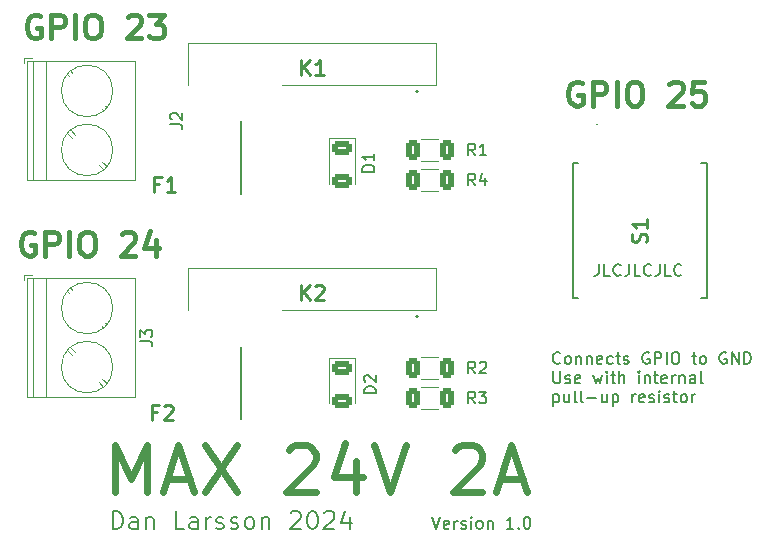
<source format=gto>
G04 #@! TF.GenerationSoftware,KiCad,Pcbnew,7.0.1-0*
G04 #@! TF.CreationDate,2023-12-28T22:42:41+01:00*
G04 #@! TF.ProjectId,SSR-Shiled-v1,5353522d-5368-4696-9c65-642d76312e6b,rev?*
G04 #@! TF.SameCoordinates,Original*
G04 #@! TF.FileFunction,Legend,Top*
G04 #@! TF.FilePolarity,Positive*
%FSLAX46Y46*%
G04 Gerber Fmt 4.6, Leading zero omitted, Abs format (unit mm)*
G04 Created by KiCad (PCBNEW 7.0.1-0) date 2023-12-28 22:42:41*
%MOMM*%
%LPD*%
G01*
G04 APERTURE LIST*
G04 Aperture macros list*
%AMRoundRect*
0 Rectangle with rounded corners*
0 $1 Rounding radius*
0 $2 $3 $4 $5 $6 $7 $8 $9 X,Y pos of 4 corners*
0 Add a 4 corners polygon primitive as box body*
4,1,4,$2,$3,$4,$5,$6,$7,$8,$9,$2,$3,0*
0 Add four circle primitives for the rounded corners*
1,1,$1+$1,$2,$3*
1,1,$1+$1,$4,$5*
1,1,$1+$1,$6,$7*
1,1,$1+$1,$8,$9*
0 Add four rect primitives between the rounded corners*
20,1,$1+$1,$2,$3,$4,$5,0*
20,1,$1+$1,$4,$5,$6,$7,0*
20,1,$1+$1,$6,$7,$8,$9,0*
20,1,$1+$1,$8,$9,$2,$3,0*%
G04 Aperture macros list end*
%ADD10C,0.150000*%
%ADD11C,0.600000*%
%ADD12C,0.400000*%
%ADD13C,0.254000*%
%ADD14C,0.100000*%
%ADD15C,0.200000*%
%ADD16C,0.120000*%
%ADD17R,2.000000X3.000000*%
%ADD18R,1.700000X1.700000*%
%ADD19O,1.700000X1.700000*%
%ADD20R,2.730000X6.710000*%
%ADD21R,2.600000X2.600000*%
%ADD22C,2.600000*%
%ADD23RoundRect,0.250000X-0.312500X-0.625000X0.312500X-0.625000X0.312500X0.625000X-0.312500X0.625000X0*%
%ADD24RoundRect,0.250000X0.312500X0.625000X-0.312500X0.625000X-0.312500X-0.625000X0.312500X-0.625000X0*%
%ADD25C,1.300000*%
%ADD26C,1.650000*%
%ADD27RoundRect,0.250000X-0.625000X0.375000X-0.625000X-0.375000X0.625000X-0.375000X0.625000X0.375000X0*%
%ADD28C,2.700000*%
G04 APERTURE END LIST*
D10*
X146409523Y-83742380D02*
X146361904Y-83790000D01*
X146361904Y-83790000D02*
X146219047Y-83837619D01*
X146219047Y-83837619D02*
X146123809Y-83837619D01*
X146123809Y-83837619D02*
X145980952Y-83790000D01*
X145980952Y-83790000D02*
X145885714Y-83694761D01*
X145885714Y-83694761D02*
X145838095Y-83599523D01*
X145838095Y-83599523D02*
X145790476Y-83409047D01*
X145790476Y-83409047D02*
X145790476Y-83266190D01*
X145790476Y-83266190D02*
X145838095Y-83075714D01*
X145838095Y-83075714D02*
X145885714Y-82980476D01*
X145885714Y-82980476D02*
X145980952Y-82885238D01*
X145980952Y-82885238D02*
X146123809Y-82837619D01*
X146123809Y-82837619D02*
X146219047Y-82837619D01*
X146219047Y-82837619D02*
X146361904Y-82885238D01*
X146361904Y-82885238D02*
X146409523Y-82932857D01*
X146980952Y-83837619D02*
X146885714Y-83790000D01*
X146885714Y-83790000D02*
X146838095Y-83742380D01*
X146838095Y-83742380D02*
X146790476Y-83647142D01*
X146790476Y-83647142D02*
X146790476Y-83361428D01*
X146790476Y-83361428D02*
X146838095Y-83266190D01*
X146838095Y-83266190D02*
X146885714Y-83218571D01*
X146885714Y-83218571D02*
X146980952Y-83170952D01*
X146980952Y-83170952D02*
X147123809Y-83170952D01*
X147123809Y-83170952D02*
X147219047Y-83218571D01*
X147219047Y-83218571D02*
X147266666Y-83266190D01*
X147266666Y-83266190D02*
X147314285Y-83361428D01*
X147314285Y-83361428D02*
X147314285Y-83647142D01*
X147314285Y-83647142D02*
X147266666Y-83742380D01*
X147266666Y-83742380D02*
X147219047Y-83790000D01*
X147219047Y-83790000D02*
X147123809Y-83837619D01*
X147123809Y-83837619D02*
X146980952Y-83837619D01*
X147742857Y-83170952D02*
X147742857Y-83837619D01*
X147742857Y-83266190D02*
X147790476Y-83218571D01*
X147790476Y-83218571D02*
X147885714Y-83170952D01*
X147885714Y-83170952D02*
X148028571Y-83170952D01*
X148028571Y-83170952D02*
X148123809Y-83218571D01*
X148123809Y-83218571D02*
X148171428Y-83313809D01*
X148171428Y-83313809D02*
X148171428Y-83837619D01*
X148647619Y-83170952D02*
X148647619Y-83837619D01*
X148647619Y-83266190D02*
X148695238Y-83218571D01*
X148695238Y-83218571D02*
X148790476Y-83170952D01*
X148790476Y-83170952D02*
X148933333Y-83170952D01*
X148933333Y-83170952D02*
X149028571Y-83218571D01*
X149028571Y-83218571D02*
X149076190Y-83313809D01*
X149076190Y-83313809D02*
X149076190Y-83837619D01*
X149933333Y-83790000D02*
X149838095Y-83837619D01*
X149838095Y-83837619D02*
X149647619Y-83837619D01*
X149647619Y-83837619D02*
X149552381Y-83790000D01*
X149552381Y-83790000D02*
X149504762Y-83694761D01*
X149504762Y-83694761D02*
X149504762Y-83313809D01*
X149504762Y-83313809D02*
X149552381Y-83218571D01*
X149552381Y-83218571D02*
X149647619Y-83170952D01*
X149647619Y-83170952D02*
X149838095Y-83170952D01*
X149838095Y-83170952D02*
X149933333Y-83218571D01*
X149933333Y-83218571D02*
X149980952Y-83313809D01*
X149980952Y-83313809D02*
X149980952Y-83409047D01*
X149980952Y-83409047D02*
X149504762Y-83504285D01*
X150838095Y-83790000D02*
X150742857Y-83837619D01*
X150742857Y-83837619D02*
X150552381Y-83837619D01*
X150552381Y-83837619D02*
X150457143Y-83790000D01*
X150457143Y-83790000D02*
X150409524Y-83742380D01*
X150409524Y-83742380D02*
X150361905Y-83647142D01*
X150361905Y-83647142D02*
X150361905Y-83361428D01*
X150361905Y-83361428D02*
X150409524Y-83266190D01*
X150409524Y-83266190D02*
X150457143Y-83218571D01*
X150457143Y-83218571D02*
X150552381Y-83170952D01*
X150552381Y-83170952D02*
X150742857Y-83170952D01*
X150742857Y-83170952D02*
X150838095Y-83218571D01*
X151123810Y-83170952D02*
X151504762Y-83170952D01*
X151266667Y-82837619D02*
X151266667Y-83694761D01*
X151266667Y-83694761D02*
X151314286Y-83790000D01*
X151314286Y-83790000D02*
X151409524Y-83837619D01*
X151409524Y-83837619D02*
X151504762Y-83837619D01*
X151790477Y-83790000D02*
X151885715Y-83837619D01*
X151885715Y-83837619D02*
X152076191Y-83837619D01*
X152076191Y-83837619D02*
X152171429Y-83790000D01*
X152171429Y-83790000D02*
X152219048Y-83694761D01*
X152219048Y-83694761D02*
X152219048Y-83647142D01*
X152219048Y-83647142D02*
X152171429Y-83551904D01*
X152171429Y-83551904D02*
X152076191Y-83504285D01*
X152076191Y-83504285D02*
X151933334Y-83504285D01*
X151933334Y-83504285D02*
X151838096Y-83456666D01*
X151838096Y-83456666D02*
X151790477Y-83361428D01*
X151790477Y-83361428D02*
X151790477Y-83313809D01*
X151790477Y-83313809D02*
X151838096Y-83218571D01*
X151838096Y-83218571D02*
X151933334Y-83170952D01*
X151933334Y-83170952D02*
X152076191Y-83170952D01*
X152076191Y-83170952D02*
X152171429Y-83218571D01*
X153933334Y-82885238D02*
X153838096Y-82837619D01*
X153838096Y-82837619D02*
X153695239Y-82837619D01*
X153695239Y-82837619D02*
X153552382Y-82885238D01*
X153552382Y-82885238D02*
X153457144Y-82980476D01*
X153457144Y-82980476D02*
X153409525Y-83075714D01*
X153409525Y-83075714D02*
X153361906Y-83266190D01*
X153361906Y-83266190D02*
X153361906Y-83409047D01*
X153361906Y-83409047D02*
X153409525Y-83599523D01*
X153409525Y-83599523D02*
X153457144Y-83694761D01*
X153457144Y-83694761D02*
X153552382Y-83790000D01*
X153552382Y-83790000D02*
X153695239Y-83837619D01*
X153695239Y-83837619D02*
X153790477Y-83837619D01*
X153790477Y-83837619D02*
X153933334Y-83790000D01*
X153933334Y-83790000D02*
X153980953Y-83742380D01*
X153980953Y-83742380D02*
X153980953Y-83409047D01*
X153980953Y-83409047D02*
X153790477Y-83409047D01*
X154409525Y-83837619D02*
X154409525Y-82837619D01*
X154409525Y-82837619D02*
X154790477Y-82837619D01*
X154790477Y-82837619D02*
X154885715Y-82885238D01*
X154885715Y-82885238D02*
X154933334Y-82932857D01*
X154933334Y-82932857D02*
X154980953Y-83028095D01*
X154980953Y-83028095D02*
X154980953Y-83170952D01*
X154980953Y-83170952D02*
X154933334Y-83266190D01*
X154933334Y-83266190D02*
X154885715Y-83313809D01*
X154885715Y-83313809D02*
X154790477Y-83361428D01*
X154790477Y-83361428D02*
X154409525Y-83361428D01*
X155409525Y-83837619D02*
X155409525Y-82837619D01*
X156076191Y-82837619D02*
X156266667Y-82837619D01*
X156266667Y-82837619D02*
X156361905Y-82885238D01*
X156361905Y-82885238D02*
X156457143Y-82980476D01*
X156457143Y-82980476D02*
X156504762Y-83170952D01*
X156504762Y-83170952D02*
X156504762Y-83504285D01*
X156504762Y-83504285D02*
X156457143Y-83694761D01*
X156457143Y-83694761D02*
X156361905Y-83790000D01*
X156361905Y-83790000D02*
X156266667Y-83837619D01*
X156266667Y-83837619D02*
X156076191Y-83837619D01*
X156076191Y-83837619D02*
X155980953Y-83790000D01*
X155980953Y-83790000D02*
X155885715Y-83694761D01*
X155885715Y-83694761D02*
X155838096Y-83504285D01*
X155838096Y-83504285D02*
X155838096Y-83170952D01*
X155838096Y-83170952D02*
X155885715Y-82980476D01*
X155885715Y-82980476D02*
X155980953Y-82885238D01*
X155980953Y-82885238D02*
X156076191Y-82837619D01*
X157552382Y-83170952D02*
X157933334Y-83170952D01*
X157695239Y-82837619D02*
X157695239Y-83694761D01*
X157695239Y-83694761D02*
X157742858Y-83790000D01*
X157742858Y-83790000D02*
X157838096Y-83837619D01*
X157838096Y-83837619D02*
X157933334Y-83837619D01*
X158409525Y-83837619D02*
X158314287Y-83790000D01*
X158314287Y-83790000D02*
X158266668Y-83742380D01*
X158266668Y-83742380D02*
X158219049Y-83647142D01*
X158219049Y-83647142D02*
X158219049Y-83361428D01*
X158219049Y-83361428D02*
X158266668Y-83266190D01*
X158266668Y-83266190D02*
X158314287Y-83218571D01*
X158314287Y-83218571D02*
X158409525Y-83170952D01*
X158409525Y-83170952D02*
X158552382Y-83170952D01*
X158552382Y-83170952D02*
X158647620Y-83218571D01*
X158647620Y-83218571D02*
X158695239Y-83266190D01*
X158695239Y-83266190D02*
X158742858Y-83361428D01*
X158742858Y-83361428D02*
X158742858Y-83647142D01*
X158742858Y-83647142D02*
X158695239Y-83742380D01*
X158695239Y-83742380D02*
X158647620Y-83790000D01*
X158647620Y-83790000D02*
X158552382Y-83837619D01*
X158552382Y-83837619D02*
X158409525Y-83837619D01*
X160457144Y-82885238D02*
X160361906Y-82837619D01*
X160361906Y-82837619D02*
X160219049Y-82837619D01*
X160219049Y-82837619D02*
X160076192Y-82885238D01*
X160076192Y-82885238D02*
X159980954Y-82980476D01*
X159980954Y-82980476D02*
X159933335Y-83075714D01*
X159933335Y-83075714D02*
X159885716Y-83266190D01*
X159885716Y-83266190D02*
X159885716Y-83409047D01*
X159885716Y-83409047D02*
X159933335Y-83599523D01*
X159933335Y-83599523D02*
X159980954Y-83694761D01*
X159980954Y-83694761D02*
X160076192Y-83790000D01*
X160076192Y-83790000D02*
X160219049Y-83837619D01*
X160219049Y-83837619D02*
X160314287Y-83837619D01*
X160314287Y-83837619D02*
X160457144Y-83790000D01*
X160457144Y-83790000D02*
X160504763Y-83742380D01*
X160504763Y-83742380D02*
X160504763Y-83409047D01*
X160504763Y-83409047D02*
X160314287Y-83409047D01*
X160933335Y-83837619D02*
X160933335Y-82837619D01*
X160933335Y-82837619D02*
X161504763Y-83837619D01*
X161504763Y-83837619D02*
X161504763Y-82837619D01*
X161980954Y-83837619D02*
X161980954Y-82837619D01*
X161980954Y-82837619D02*
X162219049Y-82837619D01*
X162219049Y-82837619D02*
X162361906Y-82885238D01*
X162361906Y-82885238D02*
X162457144Y-82980476D01*
X162457144Y-82980476D02*
X162504763Y-83075714D01*
X162504763Y-83075714D02*
X162552382Y-83266190D01*
X162552382Y-83266190D02*
X162552382Y-83409047D01*
X162552382Y-83409047D02*
X162504763Y-83599523D01*
X162504763Y-83599523D02*
X162457144Y-83694761D01*
X162457144Y-83694761D02*
X162361906Y-83790000D01*
X162361906Y-83790000D02*
X162219049Y-83837619D01*
X162219049Y-83837619D02*
X161980954Y-83837619D01*
X145838095Y-84457619D02*
X145838095Y-85267142D01*
X145838095Y-85267142D02*
X145885714Y-85362380D01*
X145885714Y-85362380D02*
X145933333Y-85410000D01*
X145933333Y-85410000D02*
X146028571Y-85457619D01*
X146028571Y-85457619D02*
X146219047Y-85457619D01*
X146219047Y-85457619D02*
X146314285Y-85410000D01*
X146314285Y-85410000D02*
X146361904Y-85362380D01*
X146361904Y-85362380D02*
X146409523Y-85267142D01*
X146409523Y-85267142D02*
X146409523Y-84457619D01*
X146838095Y-85410000D02*
X146933333Y-85457619D01*
X146933333Y-85457619D02*
X147123809Y-85457619D01*
X147123809Y-85457619D02*
X147219047Y-85410000D01*
X147219047Y-85410000D02*
X147266666Y-85314761D01*
X147266666Y-85314761D02*
X147266666Y-85267142D01*
X147266666Y-85267142D02*
X147219047Y-85171904D01*
X147219047Y-85171904D02*
X147123809Y-85124285D01*
X147123809Y-85124285D02*
X146980952Y-85124285D01*
X146980952Y-85124285D02*
X146885714Y-85076666D01*
X146885714Y-85076666D02*
X146838095Y-84981428D01*
X146838095Y-84981428D02*
X146838095Y-84933809D01*
X146838095Y-84933809D02*
X146885714Y-84838571D01*
X146885714Y-84838571D02*
X146980952Y-84790952D01*
X146980952Y-84790952D02*
X147123809Y-84790952D01*
X147123809Y-84790952D02*
X147219047Y-84838571D01*
X148076190Y-85410000D02*
X147980952Y-85457619D01*
X147980952Y-85457619D02*
X147790476Y-85457619D01*
X147790476Y-85457619D02*
X147695238Y-85410000D01*
X147695238Y-85410000D02*
X147647619Y-85314761D01*
X147647619Y-85314761D02*
X147647619Y-84933809D01*
X147647619Y-84933809D02*
X147695238Y-84838571D01*
X147695238Y-84838571D02*
X147790476Y-84790952D01*
X147790476Y-84790952D02*
X147980952Y-84790952D01*
X147980952Y-84790952D02*
X148076190Y-84838571D01*
X148076190Y-84838571D02*
X148123809Y-84933809D01*
X148123809Y-84933809D02*
X148123809Y-85029047D01*
X148123809Y-85029047D02*
X147647619Y-85124285D01*
X149219048Y-84790952D02*
X149409524Y-85457619D01*
X149409524Y-85457619D02*
X149600000Y-84981428D01*
X149600000Y-84981428D02*
X149790476Y-85457619D01*
X149790476Y-85457619D02*
X149980952Y-84790952D01*
X150361905Y-85457619D02*
X150361905Y-84790952D01*
X150361905Y-84457619D02*
X150314286Y-84505238D01*
X150314286Y-84505238D02*
X150361905Y-84552857D01*
X150361905Y-84552857D02*
X150409524Y-84505238D01*
X150409524Y-84505238D02*
X150361905Y-84457619D01*
X150361905Y-84457619D02*
X150361905Y-84552857D01*
X150695238Y-84790952D02*
X151076190Y-84790952D01*
X150838095Y-84457619D02*
X150838095Y-85314761D01*
X150838095Y-85314761D02*
X150885714Y-85410000D01*
X150885714Y-85410000D02*
X150980952Y-85457619D01*
X150980952Y-85457619D02*
X151076190Y-85457619D01*
X151409524Y-85457619D02*
X151409524Y-84457619D01*
X151838095Y-85457619D02*
X151838095Y-84933809D01*
X151838095Y-84933809D02*
X151790476Y-84838571D01*
X151790476Y-84838571D02*
X151695238Y-84790952D01*
X151695238Y-84790952D02*
X151552381Y-84790952D01*
X151552381Y-84790952D02*
X151457143Y-84838571D01*
X151457143Y-84838571D02*
X151409524Y-84886190D01*
X153076191Y-85457619D02*
X153076191Y-84790952D01*
X153076191Y-84457619D02*
X153028572Y-84505238D01*
X153028572Y-84505238D02*
X153076191Y-84552857D01*
X153076191Y-84552857D02*
X153123810Y-84505238D01*
X153123810Y-84505238D02*
X153076191Y-84457619D01*
X153076191Y-84457619D02*
X153076191Y-84552857D01*
X153552381Y-84790952D02*
X153552381Y-85457619D01*
X153552381Y-84886190D02*
X153600000Y-84838571D01*
X153600000Y-84838571D02*
X153695238Y-84790952D01*
X153695238Y-84790952D02*
X153838095Y-84790952D01*
X153838095Y-84790952D02*
X153933333Y-84838571D01*
X153933333Y-84838571D02*
X153980952Y-84933809D01*
X153980952Y-84933809D02*
X153980952Y-85457619D01*
X154314286Y-84790952D02*
X154695238Y-84790952D01*
X154457143Y-84457619D02*
X154457143Y-85314761D01*
X154457143Y-85314761D02*
X154504762Y-85410000D01*
X154504762Y-85410000D02*
X154600000Y-85457619D01*
X154600000Y-85457619D02*
X154695238Y-85457619D01*
X155409524Y-85410000D02*
X155314286Y-85457619D01*
X155314286Y-85457619D02*
X155123810Y-85457619D01*
X155123810Y-85457619D02*
X155028572Y-85410000D01*
X155028572Y-85410000D02*
X154980953Y-85314761D01*
X154980953Y-85314761D02*
X154980953Y-84933809D01*
X154980953Y-84933809D02*
X155028572Y-84838571D01*
X155028572Y-84838571D02*
X155123810Y-84790952D01*
X155123810Y-84790952D02*
X155314286Y-84790952D01*
X155314286Y-84790952D02*
X155409524Y-84838571D01*
X155409524Y-84838571D02*
X155457143Y-84933809D01*
X155457143Y-84933809D02*
X155457143Y-85029047D01*
X155457143Y-85029047D02*
X154980953Y-85124285D01*
X155885715Y-85457619D02*
X155885715Y-84790952D01*
X155885715Y-84981428D02*
X155933334Y-84886190D01*
X155933334Y-84886190D02*
X155980953Y-84838571D01*
X155980953Y-84838571D02*
X156076191Y-84790952D01*
X156076191Y-84790952D02*
X156171429Y-84790952D01*
X156504763Y-84790952D02*
X156504763Y-85457619D01*
X156504763Y-84886190D02*
X156552382Y-84838571D01*
X156552382Y-84838571D02*
X156647620Y-84790952D01*
X156647620Y-84790952D02*
X156790477Y-84790952D01*
X156790477Y-84790952D02*
X156885715Y-84838571D01*
X156885715Y-84838571D02*
X156933334Y-84933809D01*
X156933334Y-84933809D02*
X156933334Y-85457619D01*
X157838096Y-85457619D02*
X157838096Y-84933809D01*
X157838096Y-84933809D02*
X157790477Y-84838571D01*
X157790477Y-84838571D02*
X157695239Y-84790952D01*
X157695239Y-84790952D02*
X157504763Y-84790952D01*
X157504763Y-84790952D02*
X157409525Y-84838571D01*
X157838096Y-85410000D02*
X157742858Y-85457619D01*
X157742858Y-85457619D02*
X157504763Y-85457619D01*
X157504763Y-85457619D02*
X157409525Y-85410000D01*
X157409525Y-85410000D02*
X157361906Y-85314761D01*
X157361906Y-85314761D02*
X157361906Y-85219523D01*
X157361906Y-85219523D02*
X157409525Y-85124285D01*
X157409525Y-85124285D02*
X157504763Y-85076666D01*
X157504763Y-85076666D02*
X157742858Y-85076666D01*
X157742858Y-85076666D02*
X157838096Y-85029047D01*
X158457144Y-85457619D02*
X158361906Y-85410000D01*
X158361906Y-85410000D02*
X158314287Y-85314761D01*
X158314287Y-85314761D02*
X158314287Y-84457619D01*
X145838095Y-86410952D02*
X145838095Y-87410952D01*
X145838095Y-86458571D02*
X145933333Y-86410952D01*
X145933333Y-86410952D02*
X146123809Y-86410952D01*
X146123809Y-86410952D02*
X146219047Y-86458571D01*
X146219047Y-86458571D02*
X146266666Y-86506190D01*
X146266666Y-86506190D02*
X146314285Y-86601428D01*
X146314285Y-86601428D02*
X146314285Y-86887142D01*
X146314285Y-86887142D02*
X146266666Y-86982380D01*
X146266666Y-86982380D02*
X146219047Y-87030000D01*
X146219047Y-87030000D02*
X146123809Y-87077619D01*
X146123809Y-87077619D02*
X145933333Y-87077619D01*
X145933333Y-87077619D02*
X145838095Y-87030000D01*
X147171428Y-86410952D02*
X147171428Y-87077619D01*
X146742857Y-86410952D02*
X146742857Y-86934761D01*
X146742857Y-86934761D02*
X146790476Y-87030000D01*
X146790476Y-87030000D02*
X146885714Y-87077619D01*
X146885714Y-87077619D02*
X147028571Y-87077619D01*
X147028571Y-87077619D02*
X147123809Y-87030000D01*
X147123809Y-87030000D02*
X147171428Y-86982380D01*
X147790476Y-87077619D02*
X147695238Y-87030000D01*
X147695238Y-87030000D02*
X147647619Y-86934761D01*
X147647619Y-86934761D02*
X147647619Y-86077619D01*
X148314286Y-87077619D02*
X148219048Y-87030000D01*
X148219048Y-87030000D02*
X148171429Y-86934761D01*
X148171429Y-86934761D02*
X148171429Y-86077619D01*
X148695239Y-86696666D02*
X149457144Y-86696666D01*
X150361905Y-86410952D02*
X150361905Y-87077619D01*
X149933334Y-86410952D02*
X149933334Y-86934761D01*
X149933334Y-86934761D02*
X149980953Y-87030000D01*
X149980953Y-87030000D02*
X150076191Y-87077619D01*
X150076191Y-87077619D02*
X150219048Y-87077619D01*
X150219048Y-87077619D02*
X150314286Y-87030000D01*
X150314286Y-87030000D02*
X150361905Y-86982380D01*
X150838096Y-86410952D02*
X150838096Y-87410952D01*
X150838096Y-86458571D02*
X150933334Y-86410952D01*
X150933334Y-86410952D02*
X151123810Y-86410952D01*
X151123810Y-86410952D02*
X151219048Y-86458571D01*
X151219048Y-86458571D02*
X151266667Y-86506190D01*
X151266667Y-86506190D02*
X151314286Y-86601428D01*
X151314286Y-86601428D02*
X151314286Y-86887142D01*
X151314286Y-86887142D02*
X151266667Y-86982380D01*
X151266667Y-86982380D02*
X151219048Y-87030000D01*
X151219048Y-87030000D02*
X151123810Y-87077619D01*
X151123810Y-87077619D02*
X150933334Y-87077619D01*
X150933334Y-87077619D02*
X150838096Y-87030000D01*
X152504763Y-87077619D02*
X152504763Y-86410952D01*
X152504763Y-86601428D02*
X152552382Y-86506190D01*
X152552382Y-86506190D02*
X152600001Y-86458571D01*
X152600001Y-86458571D02*
X152695239Y-86410952D01*
X152695239Y-86410952D02*
X152790477Y-86410952D01*
X153504763Y-87030000D02*
X153409525Y-87077619D01*
X153409525Y-87077619D02*
X153219049Y-87077619D01*
X153219049Y-87077619D02*
X153123811Y-87030000D01*
X153123811Y-87030000D02*
X153076192Y-86934761D01*
X153076192Y-86934761D02*
X153076192Y-86553809D01*
X153076192Y-86553809D02*
X153123811Y-86458571D01*
X153123811Y-86458571D02*
X153219049Y-86410952D01*
X153219049Y-86410952D02*
X153409525Y-86410952D01*
X153409525Y-86410952D02*
X153504763Y-86458571D01*
X153504763Y-86458571D02*
X153552382Y-86553809D01*
X153552382Y-86553809D02*
X153552382Y-86649047D01*
X153552382Y-86649047D02*
X153076192Y-86744285D01*
X153933335Y-87030000D02*
X154028573Y-87077619D01*
X154028573Y-87077619D02*
X154219049Y-87077619D01*
X154219049Y-87077619D02*
X154314287Y-87030000D01*
X154314287Y-87030000D02*
X154361906Y-86934761D01*
X154361906Y-86934761D02*
X154361906Y-86887142D01*
X154361906Y-86887142D02*
X154314287Y-86791904D01*
X154314287Y-86791904D02*
X154219049Y-86744285D01*
X154219049Y-86744285D02*
X154076192Y-86744285D01*
X154076192Y-86744285D02*
X153980954Y-86696666D01*
X153980954Y-86696666D02*
X153933335Y-86601428D01*
X153933335Y-86601428D02*
X153933335Y-86553809D01*
X153933335Y-86553809D02*
X153980954Y-86458571D01*
X153980954Y-86458571D02*
X154076192Y-86410952D01*
X154076192Y-86410952D02*
X154219049Y-86410952D01*
X154219049Y-86410952D02*
X154314287Y-86458571D01*
X154790478Y-87077619D02*
X154790478Y-86410952D01*
X154790478Y-86077619D02*
X154742859Y-86125238D01*
X154742859Y-86125238D02*
X154790478Y-86172857D01*
X154790478Y-86172857D02*
X154838097Y-86125238D01*
X154838097Y-86125238D02*
X154790478Y-86077619D01*
X154790478Y-86077619D02*
X154790478Y-86172857D01*
X155219049Y-87030000D02*
X155314287Y-87077619D01*
X155314287Y-87077619D02*
X155504763Y-87077619D01*
X155504763Y-87077619D02*
X155600001Y-87030000D01*
X155600001Y-87030000D02*
X155647620Y-86934761D01*
X155647620Y-86934761D02*
X155647620Y-86887142D01*
X155647620Y-86887142D02*
X155600001Y-86791904D01*
X155600001Y-86791904D02*
X155504763Y-86744285D01*
X155504763Y-86744285D02*
X155361906Y-86744285D01*
X155361906Y-86744285D02*
X155266668Y-86696666D01*
X155266668Y-86696666D02*
X155219049Y-86601428D01*
X155219049Y-86601428D02*
X155219049Y-86553809D01*
X155219049Y-86553809D02*
X155266668Y-86458571D01*
X155266668Y-86458571D02*
X155361906Y-86410952D01*
X155361906Y-86410952D02*
X155504763Y-86410952D01*
X155504763Y-86410952D02*
X155600001Y-86458571D01*
X155933335Y-86410952D02*
X156314287Y-86410952D01*
X156076192Y-86077619D02*
X156076192Y-86934761D01*
X156076192Y-86934761D02*
X156123811Y-87030000D01*
X156123811Y-87030000D02*
X156219049Y-87077619D01*
X156219049Y-87077619D02*
X156314287Y-87077619D01*
X156790478Y-87077619D02*
X156695240Y-87030000D01*
X156695240Y-87030000D02*
X156647621Y-86982380D01*
X156647621Y-86982380D02*
X156600002Y-86887142D01*
X156600002Y-86887142D02*
X156600002Y-86601428D01*
X156600002Y-86601428D02*
X156647621Y-86506190D01*
X156647621Y-86506190D02*
X156695240Y-86458571D01*
X156695240Y-86458571D02*
X156790478Y-86410952D01*
X156790478Y-86410952D02*
X156933335Y-86410952D01*
X156933335Y-86410952D02*
X157028573Y-86458571D01*
X157028573Y-86458571D02*
X157076192Y-86506190D01*
X157076192Y-86506190D02*
X157123811Y-86601428D01*
X157123811Y-86601428D02*
X157123811Y-86887142D01*
X157123811Y-86887142D02*
X157076192Y-86982380D01*
X157076192Y-86982380D02*
X157028573Y-87030000D01*
X157028573Y-87030000D02*
X156933335Y-87077619D01*
X156933335Y-87077619D02*
X156790478Y-87077619D01*
X157552383Y-87077619D02*
X157552383Y-86410952D01*
X157552383Y-86601428D02*
X157600002Y-86506190D01*
X157600002Y-86506190D02*
X157647621Y-86458571D01*
X157647621Y-86458571D02*
X157742859Y-86410952D01*
X157742859Y-86410952D02*
X157838097Y-86410952D01*
X149673809Y-75377619D02*
X149673809Y-76091904D01*
X149673809Y-76091904D02*
X149626190Y-76234761D01*
X149626190Y-76234761D02*
X149530952Y-76330000D01*
X149530952Y-76330000D02*
X149388095Y-76377619D01*
X149388095Y-76377619D02*
X149292857Y-76377619D01*
X150626190Y-76377619D02*
X150150000Y-76377619D01*
X150150000Y-76377619D02*
X150150000Y-75377619D01*
X151530952Y-76282380D02*
X151483333Y-76330000D01*
X151483333Y-76330000D02*
X151340476Y-76377619D01*
X151340476Y-76377619D02*
X151245238Y-76377619D01*
X151245238Y-76377619D02*
X151102381Y-76330000D01*
X151102381Y-76330000D02*
X151007143Y-76234761D01*
X151007143Y-76234761D02*
X150959524Y-76139523D01*
X150959524Y-76139523D02*
X150911905Y-75949047D01*
X150911905Y-75949047D02*
X150911905Y-75806190D01*
X150911905Y-75806190D02*
X150959524Y-75615714D01*
X150959524Y-75615714D02*
X151007143Y-75520476D01*
X151007143Y-75520476D02*
X151102381Y-75425238D01*
X151102381Y-75425238D02*
X151245238Y-75377619D01*
X151245238Y-75377619D02*
X151340476Y-75377619D01*
X151340476Y-75377619D02*
X151483333Y-75425238D01*
X151483333Y-75425238D02*
X151530952Y-75472857D01*
X152245238Y-75377619D02*
X152245238Y-76091904D01*
X152245238Y-76091904D02*
X152197619Y-76234761D01*
X152197619Y-76234761D02*
X152102381Y-76330000D01*
X152102381Y-76330000D02*
X151959524Y-76377619D01*
X151959524Y-76377619D02*
X151864286Y-76377619D01*
X153197619Y-76377619D02*
X152721429Y-76377619D01*
X152721429Y-76377619D02*
X152721429Y-75377619D01*
X154102381Y-76282380D02*
X154054762Y-76330000D01*
X154054762Y-76330000D02*
X153911905Y-76377619D01*
X153911905Y-76377619D02*
X153816667Y-76377619D01*
X153816667Y-76377619D02*
X153673810Y-76330000D01*
X153673810Y-76330000D02*
X153578572Y-76234761D01*
X153578572Y-76234761D02*
X153530953Y-76139523D01*
X153530953Y-76139523D02*
X153483334Y-75949047D01*
X153483334Y-75949047D02*
X153483334Y-75806190D01*
X153483334Y-75806190D02*
X153530953Y-75615714D01*
X153530953Y-75615714D02*
X153578572Y-75520476D01*
X153578572Y-75520476D02*
X153673810Y-75425238D01*
X153673810Y-75425238D02*
X153816667Y-75377619D01*
X153816667Y-75377619D02*
X153911905Y-75377619D01*
X153911905Y-75377619D02*
X154054762Y-75425238D01*
X154054762Y-75425238D02*
X154102381Y-75472857D01*
X154816667Y-75377619D02*
X154816667Y-76091904D01*
X154816667Y-76091904D02*
X154769048Y-76234761D01*
X154769048Y-76234761D02*
X154673810Y-76330000D01*
X154673810Y-76330000D02*
X154530953Y-76377619D01*
X154530953Y-76377619D02*
X154435715Y-76377619D01*
X155769048Y-76377619D02*
X155292858Y-76377619D01*
X155292858Y-76377619D02*
X155292858Y-75377619D01*
X156673810Y-76282380D02*
X156626191Y-76330000D01*
X156626191Y-76330000D02*
X156483334Y-76377619D01*
X156483334Y-76377619D02*
X156388096Y-76377619D01*
X156388096Y-76377619D02*
X156245239Y-76330000D01*
X156245239Y-76330000D02*
X156150001Y-76234761D01*
X156150001Y-76234761D02*
X156102382Y-76139523D01*
X156102382Y-76139523D02*
X156054763Y-75949047D01*
X156054763Y-75949047D02*
X156054763Y-75806190D01*
X156054763Y-75806190D02*
X156102382Y-75615714D01*
X156102382Y-75615714D02*
X156150001Y-75520476D01*
X156150001Y-75520476D02*
X156245239Y-75425238D01*
X156245239Y-75425238D02*
X156388096Y-75377619D01*
X156388096Y-75377619D02*
X156483334Y-75377619D01*
X156483334Y-75377619D02*
X156626191Y-75425238D01*
X156626191Y-75425238D02*
X156673810Y-75472857D01*
X135595238Y-96777619D02*
X135928571Y-97777619D01*
X135928571Y-97777619D02*
X136261904Y-96777619D01*
X136976190Y-97730000D02*
X136880952Y-97777619D01*
X136880952Y-97777619D02*
X136690476Y-97777619D01*
X136690476Y-97777619D02*
X136595238Y-97730000D01*
X136595238Y-97730000D02*
X136547619Y-97634761D01*
X136547619Y-97634761D02*
X136547619Y-97253809D01*
X136547619Y-97253809D02*
X136595238Y-97158571D01*
X136595238Y-97158571D02*
X136690476Y-97110952D01*
X136690476Y-97110952D02*
X136880952Y-97110952D01*
X136880952Y-97110952D02*
X136976190Y-97158571D01*
X136976190Y-97158571D02*
X137023809Y-97253809D01*
X137023809Y-97253809D02*
X137023809Y-97349047D01*
X137023809Y-97349047D02*
X136547619Y-97444285D01*
X137452381Y-97777619D02*
X137452381Y-97110952D01*
X137452381Y-97301428D02*
X137500000Y-97206190D01*
X137500000Y-97206190D02*
X137547619Y-97158571D01*
X137547619Y-97158571D02*
X137642857Y-97110952D01*
X137642857Y-97110952D02*
X137738095Y-97110952D01*
X138023810Y-97730000D02*
X138119048Y-97777619D01*
X138119048Y-97777619D02*
X138309524Y-97777619D01*
X138309524Y-97777619D02*
X138404762Y-97730000D01*
X138404762Y-97730000D02*
X138452381Y-97634761D01*
X138452381Y-97634761D02*
X138452381Y-97587142D01*
X138452381Y-97587142D02*
X138404762Y-97491904D01*
X138404762Y-97491904D02*
X138309524Y-97444285D01*
X138309524Y-97444285D02*
X138166667Y-97444285D01*
X138166667Y-97444285D02*
X138071429Y-97396666D01*
X138071429Y-97396666D02*
X138023810Y-97301428D01*
X138023810Y-97301428D02*
X138023810Y-97253809D01*
X138023810Y-97253809D02*
X138071429Y-97158571D01*
X138071429Y-97158571D02*
X138166667Y-97110952D01*
X138166667Y-97110952D02*
X138309524Y-97110952D01*
X138309524Y-97110952D02*
X138404762Y-97158571D01*
X138880953Y-97777619D02*
X138880953Y-97110952D01*
X138880953Y-96777619D02*
X138833334Y-96825238D01*
X138833334Y-96825238D02*
X138880953Y-96872857D01*
X138880953Y-96872857D02*
X138928572Y-96825238D01*
X138928572Y-96825238D02*
X138880953Y-96777619D01*
X138880953Y-96777619D02*
X138880953Y-96872857D01*
X139500000Y-97777619D02*
X139404762Y-97730000D01*
X139404762Y-97730000D02*
X139357143Y-97682380D01*
X139357143Y-97682380D02*
X139309524Y-97587142D01*
X139309524Y-97587142D02*
X139309524Y-97301428D01*
X139309524Y-97301428D02*
X139357143Y-97206190D01*
X139357143Y-97206190D02*
X139404762Y-97158571D01*
X139404762Y-97158571D02*
X139500000Y-97110952D01*
X139500000Y-97110952D02*
X139642857Y-97110952D01*
X139642857Y-97110952D02*
X139738095Y-97158571D01*
X139738095Y-97158571D02*
X139785714Y-97206190D01*
X139785714Y-97206190D02*
X139833333Y-97301428D01*
X139833333Y-97301428D02*
X139833333Y-97587142D01*
X139833333Y-97587142D02*
X139785714Y-97682380D01*
X139785714Y-97682380D02*
X139738095Y-97730000D01*
X139738095Y-97730000D02*
X139642857Y-97777619D01*
X139642857Y-97777619D02*
X139500000Y-97777619D01*
X140261905Y-97110952D02*
X140261905Y-97777619D01*
X140261905Y-97206190D02*
X140309524Y-97158571D01*
X140309524Y-97158571D02*
X140404762Y-97110952D01*
X140404762Y-97110952D02*
X140547619Y-97110952D01*
X140547619Y-97110952D02*
X140642857Y-97158571D01*
X140642857Y-97158571D02*
X140690476Y-97253809D01*
X140690476Y-97253809D02*
X140690476Y-97777619D01*
X142452381Y-97777619D02*
X141880953Y-97777619D01*
X142166667Y-97777619D02*
X142166667Y-96777619D01*
X142166667Y-96777619D02*
X142071429Y-96920476D01*
X142071429Y-96920476D02*
X141976191Y-97015714D01*
X141976191Y-97015714D02*
X141880953Y-97063333D01*
X142880953Y-97682380D02*
X142928572Y-97730000D01*
X142928572Y-97730000D02*
X142880953Y-97777619D01*
X142880953Y-97777619D02*
X142833334Y-97730000D01*
X142833334Y-97730000D02*
X142880953Y-97682380D01*
X142880953Y-97682380D02*
X142880953Y-97777619D01*
X143547619Y-96777619D02*
X143642857Y-96777619D01*
X143642857Y-96777619D02*
X143738095Y-96825238D01*
X143738095Y-96825238D02*
X143785714Y-96872857D01*
X143785714Y-96872857D02*
X143833333Y-96968095D01*
X143833333Y-96968095D02*
X143880952Y-97158571D01*
X143880952Y-97158571D02*
X143880952Y-97396666D01*
X143880952Y-97396666D02*
X143833333Y-97587142D01*
X143833333Y-97587142D02*
X143785714Y-97682380D01*
X143785714Y-97682380D02*
X143738095Y-97730000D01*
X143738095Y-97730000D02*
X143642857Y-97777619D01*
X143642857Y-97777619D02*
X143547619Y-97777619D01*
X143547619Y-97777619D02*
X143452381Y-97730000D01*
X143452381Y-97730000D02*
X143404762Y-97682380D01*
X143404762Y-97682380D02*
X143357143Y-97587142D01*
X143357143Y-97587142D02*
X143309524Y-97396666D01*
X143309524Y-97396666D02*
X143309524Y-97158571D01*
X143309524Y-97158571D02*
X143357143Y-96968095D01*
X143357143Y-96968095D02*
X143404762Y-96872857D01*
X143404762Y-96872857D02*
X143452381Y-96825238D01*
X143452381Y-96825238D02*
X143547619Y-96777619D01*
X108507142Y-97816428D02*
X108507142Y-96316428D01*
X108507142Y-96316428D02*
X108864285Y-96316428D01*
X108864285Y-96316428D02*
X109078571Y-96387857D01*
X109078571Y-96387857D02*
X109221428Y-96530714D01*
X109221428Y-96530714D02*
X109292857Y-96673571D01*
X109292857Y-96673571D02*
X109364285Y-96959285D01*
X109364285Y-96959285D02*
X109364285Y-97173571D01*
X109364285Y-97173571D02*
X109292857Y-97459285D01*
X109292857Y-97459285D02*
X109221428Y-97602142D01*
X109221428Y-97602142D02*
X109078571Y-97745000D01*
X109078571Y-97745000D02*
X108864285Y-97816428D01*
X108864285Y-97816428D02*
X108507142Y-97816428D01*
X110650000Y-97816428D02*
X110650000Y-97030714D01*
X110650000Y-97030714D02*
X110578571Y-96887857D01*
X110578571Y-96887857D02*
X110435714Y-96816428D01*
X110435714Y-96816428D02*
X110150000Y-96816428D01*
X110150000Y-96816428D02*
X110007142Y-96887857D01*
X110650000Y-97745000D02*
X110507142Y-97816428D01*
X110507142Y-97816428D02*
X110150000Y-97816428D01*
X110150000Y-97816428D02*
X110007142Y-97745000D01*
X110007142Y-97745000D02*
X109935714Y-97602142D01*
X109935714Y-97602142D02*
X109935714Y-97459285D01*
X109935714Y-97459285D02*
X110007142Y-97316428D01*
X110007142Y-97316428D02*
X110150000Y-97245000D01*
X110150000Y-97245000D02*
X110507142Y-97245000D01*
X110507142Y-97245000D02*
X110650000Y-97173571D01*
X111364285Y-96816428D02*
X111364285Y-97816428D01*
X111364285Y-96959285D02*
X111435714Y-96887857D01*
X111435714Y-96887857D02*
X111578571Y-96816428D01*
X111578571Y-96816428D02*
X111792857Y-96816428D01*
X111792857Y-96816428D02*
X111935714Y-96887857D01*
X111935714Y-96887857D02*
X112007143Y-97030714D01*
X112007143Y-97030714D02*
X112007143Y-97816428D01*
X114578571Y-97816428D02*
X113864285Y-97816428D01*
X113864285Y-97816428D02*
X113864285Y-96316428D01*
X115721429Y-97816428D02*
X115721429Y-97030714D01*
X115721429Y-97030714D02*
X115650000Y-96887857D01*
X115650000Y-96887857D02*
X115507143Y-96816428D01*
X115507143Y-96816428D02*
X115221429Y-96816428D01*
X115221429Y-96816428D02*
X115078571Y-96887857D01*
X115721429Y-97745000D02*
X115578571Y-97816428D01*
X115578571Y-97816428D02*
X115221429Y-97816428D01*
X115221429Y-97816428D02*
X115078571Y-97745000D01*
X115078571Y-97745000D02*
X115007143Y-97602142D01*
X115007143Y-97602142D02*
X115007143Y-97459285D01*
X115007143Y-97459285D02*
X115078571Y-97316428D01*
X115078571Y-97316428D02*
X115221429Y-97245000D01*
X115221429Y-97245000D02*
X115578571Y-97245000D01*
X115578571Y-97245000D02*
X115721429Y-97173571D01*
X116435714Y-97816428D02*
X116435714Y-96816428D01*
X116435714Y-97102142D02*
X116507143Y-96959285D01*
X116507143Y-96959285D02*
X116578572Y-96887857D01*
X116578572Y-96887857D02*
X116721429Y-96816428D01*
X116721429Y-96816428D02*
X116864286Y-96816428D01*
X117292857Y-97745000D02*
X117435714Y-97816428D01*
X117435714Y-97816428D02*
X117721428Y-97816428D01*
X117721428Y-97816428D02*
X117864285Y-97745000D01*
X117864285Y-97745000D02*
X117935714Y-97602142D01*
X117935714Y-97602142D02*
X117935714Y-97530714D01*
X117935714Y-97530714D02*
X117864285Y-97387857D01*
X117864285Y-97387857D02*
X117721428Y-97316428D01*
X117721428Y-97316428D02*
X117507143Y-97316428D01*
X117507143Y-97316428D02*
X117364285Y-97245000D01*
X117364285Y-97245000D02*
X117292857Y-97102142D01*
X117292857Y-97102142D02*
X117292857Y-97030714D01*
X117292857Y-97030714D02*
X117364285Y-96887857D01*
X117364285Y-96887857D02*
X117507143Y-96816428D01*
X117507143Y-96816428D02*
X117721428Y-96816428D01*
X117721428Y-96816428D02*
X117864285Y-96887857D01*
X118507143Y-97745000D02*
X118650000Y-97816428D01*
X118650000Y-97816428D02*
X118935714Y-97816428D01*
X118935714Y-97816428D02*
X119078571Y-97745000D01*
X119078571Y-97745000D02*
X119150000Y-97602142D01*
X119150000Y-97602142D02*
X119150000Y-97530714D01*
X119150000Y-97530714D02*
X119078571Y-97387857D01*
X119078571Y-97387857D02*
X118935714Y-97316428D01*
X118935714Y-97316428D02*
X118721429Y-97316428D01*
X118721429Y-97316428D02*
X118578571Y-97245000D01*
X118578571Y-97245000D02*
X118507143Y-97102142D01*
X118507143Y-97102142D02*
X118507143Y-97030714D01*
X118507143Y-97030714D02*
X118578571Y-96887857D01*
X118578571Y-96887857D02*
X118721429Y-96816428D01*
X118721429Y-96816428D02*
X118935714Y-96816428D01*
X118935714Y-96816428D02*
X119078571Y-96887857D01*
X120007143Y-97816428D02*
X119864286Y-97745000D01*
X119864286Y-97745000D02*
X119792857Y-97673571D01*
X119792857Y-97673571D02*
X119721429Y-97530714D01*
X119721429Y-97530714D02*
X119721429Y-97102142D01*
X119721429Y-97102142D02*
X119792857Y-96959285D01*
X119792857Y-96959285D02*
X119864286Y-96887857D01*
X119864286Y-96887857D02*
X120007143Y-96816428D01*
X120007143Y-96816428D02*
X120221429Y-96816428D01*
X120221429Y-96816428D02*
X120364286Y-96887857D01*
X120364286Y-96887857D02*
X120435715Y-96959285D01*
X120435715Y-96959285D02*
X120507143Y-97102142D01*
X120507143Y-97102142D02*
X120507143Y-97530714D01*
X120507143Y-97530714D02*
X120435715Y-97673571D01*
X120435715Y-97673571D02*
X120364286Y-97745000D01*
X120364286Y-97745000D02*
X120221429Y-97816428D01*
X120221429Y-97816428D02*
X120007143Y-97816428D01*
X121150000Y-96816428D02*
X121150000Y-97816428D01*
X121150000Y-96959285D02*
X121221429Y-96887857D01*
X121221429Y-96887857D02*
X121364286Y-96816428D01*
X121364286Y-96816428D02*
X121578572Y-96816428D01*
X121578572Y-96816428D02*
X121721429Y-96887857D01*
X121721429Y-96887857D02*
X121792858Y-97030714D01*
X121792858Y-97030714D02*
X121792858Y-97816428D01*
X123578572Y-96459285D02*
X123650000Y-96387857D01*
X123650000Y-96387857D02*
X123792858Y-96316428D01*
X123792858Y-96316428D02*
X124150000Y-96316428D01*
X124150000Y-96316428D02*
X124292858Y-96387857D01*
X124292858Y-96387857D02*
X124364286Y-96459285D01*
X124364286Y-96459285D02*
X124435715Y-96602142D01*
X124435715Y-96602142D02*
X124435715Y-96745000D01*
X124435715Y-96745000D02*
X124364286Y-96959285D01*
X124364286Y-96959285D02*
X123507143Y-97816428D01*
X123507143Y-97816428D02*
X124435715Y-97816428D01*
X125364286Y-96316428D02*
X125507143Y-96316428D01*
X125507143Y-96316428D02*
X125650000Y-96387857D01*
X125650000Y-96387857D02*
X125721429Y-96459285D01*
X125721429Y-96459285D02*
X125792857Y-96602142D01*
X125792857Y-96602142D02*
X125864286Y-96887857D01*
X125864286Y-96887857D02*
X125864286Y-97245000D01*
X125864286Y-97245000D02*
X125792857Y-97530714D01*
X125792857Y-97530714D02*
X125721429Y-97673571D01*
X125721429Y-97673571D02*
X125650000Y-97745000D01*
X125650000Y-97745000D02*
X125507143Y-97816428D01*
X125507143Y-97816428D02*
X125364286Y-97816428D01*
X125364286Y-97816428D02*
X125221429Y-97745000D01*
X125221429Y-97745000D02*
X125150000Y-97673571D01*
X125150000Y-97673571D02*
X125078571Y-97530714D01*
X125078571Y-97530714D02*
X125007143Y-97245000D01*
X125007143Y-97245000D02*
X125007143Y-96887857D01*
X125007143Y-96887857D02*
X125078571Y-96602142D01*
X125078571Y-96602142D02*
X125150000Y-96459285D01*
X125150000Y-96459285D02*
X125221429Y-96387857D01*
X125221429Y-96387857D02*
X125364286Y-96316428D01*
X126435714Y-96459285D02*
X126507142Y-96387857D01*
X126507142Y-96387857D02*
X126650000Y-96316428D01*
X126650000Y-96316428D02*
X127007142Y-96316428D01*
X127007142Y-96316428D02*
X127150000Y-96387857D01*
X127150000Y-96387857D02*
X127221428Y-96459285D01*
X127221428Y-96459285D02*
X127292857Y-96602142D01*
X127292857Y-96602142D02*
X127292857Y-96745000D01*
X127292857Y-96745000D02*
X127221428Y-96959285D01*
X127221428Y-96959285D02*
X126364285Y-97816428D01*
X126364285Y-97816428D02*
X127292857Y-97816428D01*
X128578571Y-96816428D02*
X128578571Y-97816428D01*
X128221428Y-96245000D02*
X127864285Y-97316428D01*
X127864285Y-97316428D02*
X128792856Y-97316428D01*
D11*
X108752380Y-94710476D02*
X108752380Y-90710476D01*
X108752380Y-90710476D02*
X110085714Y-93567619D01*
X110085714Y-93567619D02*
X111419047Y-90710476D01*
X111419047Y-90710476D02*
X111419047Y-94710476D01*
X113133333Y-93567619D02*
X115038095Y-93567619D01*
X112752381Y-94710476D02*
X114085714Y-90710476D01*
X114085714Y-90710476D02*
X115419048Y-94710476D01*
X116371428Y-90710476D02*
X119038095Y-94710476D01*
X119038095Y-90710476D02*
X116371428Y-94710476D01*
X123419047Y-91091428D02*
X123609523Y-90900952D01*
X123609523Y-90900952D02*
X123990476Y-90710476D01*
X123990476Y-90710476D02*
X124942857Y-90710476D01*
X124942857Y-90710476D02*
X125323809Y-90900952D01*
X125323809Y-90900952D02*
X125514285Y-91091428D01*
X125514285Y-91091428D02*
X125704762Y-91472380D01*
X125704762Y-91472380D02*
X125704762Y-91853333D01*
X125704762Y-91853333D02*
X125514285Y-92424761D01*
X125514285Y-92424761D02*
X123228571Y-94710476D01*
X123228571Y-94710476D02*
X125704762Y-94710476D01*
X129133333Y-92043809D02*
X129133333Y-94710476D01*
X128180952Y-90520000D02*
X127228571Y-93377142D01*
X127228571Y-93377142D02*
X129704762Y-93377142D01*
X130657143Y-90710476D02*
X131990476Y-94710476D01*
X131990476Y-94710476D02*
X133323810Y-90710476D01*
X137514285Y-91091428D02*
X137704761Y-90900952D01*
X137704761Y-90900952D02*
X138085714Y-90710476D01*
X138085714Y-90710476D02*
X139038095Y-90710476D01*
X139038095Y-90710476D02*
X139419047Y-90900952D01*
X139419047Y-90900952D02*
X139609523Y-91091428D01*
X139609523Y-91091428D02*
X139800000Y-91472380D01*
X139800000Y-91472380D02*
X139800000Y-91853333D01*
X139800000Y-91853333D02*
X139609523Y-92424761D01*
X139609523Y-92424761D02*
X137323809Y-94710476D01*
X137323809Y-94710476D02*
X139800000Y-94710476D01*
X141323809Y-93567619D02*
X143228571Y-93567619D01*
X140942857Y-94710476D02*
X142276190Y-90710476D01*
X142276190Y-90710476D02*
X143609524Y-94710476D01*
D12*
X148223809Y-60050476D02*
X148033333Y-59955238D01*
X148033333Y-59955238D02*
X147747619Y-59955238D01*
X147747619Y-59955238D02*
X147461904Y-60050476D01*
X147461904Y-60050476D02*
X147271428Y-60240952D01*
X147271428Y-60240952D02*
X147176190Y-60431428D01*
X147176190Y-60431428D02*
X147080952Y-60812380D01*
X147080952Y-60812380D02*
X147080952Y-61098095D01*
X147080952Y-61098095D02*
X147176190Y-61479047D01*
X147176190Y-61479047D02*
X147271428Y-61669523D01*
X147271428Y-61669523D02*
X147461904Y-61860000D01*
X147461904Y-61860000D02*
X147747619Y-61955238D01*
X147747619Y-61955238D02*
X147938095Y-61955238D01*
X147938095Y-61955238D02*
X148223809Y-61860000D01*
X148223809Y-61860000D02*
X148319047Y-61764761D01*
X148319047Y-61764761D02*
X148319047Y-61098095D01*
X148319047Y-61098095D02*
X147938095Y-61098095D01*
X149176190Y-61955238D02*
X149176190Y-59955238D01*
X149176190Y-59955238D02*
X149938095Y-59955238D01*
X149938095Y-59955238D02*
X150128571Y-60050476D01*
X150128571Y-60050476D02*
X150223809Y-60145714D01*
X150223809Y-60145714D02*
X150319047Y-60336190D01*
X150319047Y-60336190D02*
X150319047Y-60621904D01*
X150319047Y-60621904D02*
X150223809Y-60812380D01*
X150223809Y-60812380D02*
X150128571Y-60907619D01*
X150128571Y-60907619D02*
X149938095Y-61002857D01*
X149938095Y-61002857D02*
X149176190Y-61002857D01*
X151176190Y-61955238D02*
X151176190Y-59955238D01*
X152509523Y-59955238D02*
X152890476Y-59955238D01*
X152890476Y-59955238D02*
X153080952Y-60050476D01*
X153080952Y-60050476D02*
X153271428Y-60240952D01*
X153271428Y-60240952D02*
X153366666Y-60621904D01*
X153366666Y-60621904D02*
X153366666Y-61288571D01*
X153366666Y-61288571D02*
X153271428Y-61669523D01*
X153271428Y-61669523D02*
X153080952Y-61860000D01*
X153080952Y-61860000D02*
X152890476Y-61955238D01*
X152890476Y-61955238D02*
X152509523Y-61955238D01*
X152509523Y-61955238D02*
X152319047Y-61860000D01*
X152319047Y-61860000D02*
X152128571Y-61669523D01*
X152128571Y-61669523D02*
X152033333Y-61288571D01*
X152033333Y-61288571D02*
X152033333Y-60621904D01*
X152033333Y-60621904D02*
X152128571Y-60240952D01*
X152128571Y-60240952D02*
X152319047Y-60050476D01*
X152319047Y-60050476D02*
X152509523Y-59955238D01*
X155652381Y-60145714D02*
X155747619Y-60050476D01*
X155747619Y-60050476D02*
X155938095Y-59955238D01*
X155938095Y-59955238D02*
X156414286Y-59955238D01*
X156414286Y-59955238D02*
X156604762Y-60050476D01*
X156604762Y-60050476D02*
X156700000Y-60145714D01*
X156700000Y-60145714D02*
X156795238Y-60336190D01*
X156795238Y-60336190D02*
X156795238Y-60526666D01*
X156795238Y-60526666D02*
X156700000Y-60812380D01*
X156700000Y-60812380D02*
X155557143Y-61955238D01*
X155557143Y-61955238D02*
X156795238Y-61955238D01*
X158604762Y-59955238D02*
X157652381Y-59955238D01*
X157652381Y-59955238D02*
X157557143Y-60907619D01*
X157557143Y-60907619D02*
X157652381Y-60812380D01*
X157652381Y-60812380D02*
X157842857Y-60717142D01*
X157842857Y-60717142D02*
X158319048Y-60717142D01*
X158319048Y-60717142D02*
X158509524Y-60812380D01*
X158509524Y-60812380D02*
X158604762Y-60907619D01*
X158604762Y-60907619D02*
X158700000Y-61098095D01*
X158700000Y-61098095D02*
X158700000Y-61574285D01*
X158700000Y-61574285D02*
X158604762Y-61764761D01*
X158604762Y-61764761D02*
X158509524Y-61860000D01*
X158509524Y-61860000D02*
X158319048Y-61955238D01*
X158319048Y-61955238D02*
X157842857Y-61955238D01*
X157842857Y-61955238D02*
X157652381Y-61860000D01*
X157652381Y-61860000D02*
X157557143Y-61764761D01*
X101873809Y-72750476D02*
X101683333Y-72655238D01*
X101683333Y-72655238D02*
X101397619Y-72655238D01*
X101397619Y-72655238D02*
X101111904Y-72750476D01*
X101111904Y-72750476D02*
X100921428Y-72940952D01*
X100921428Y-72940952D02*
X100826190Y-73131428D01*
X100826190Y-73131428D02*
X100730952Y-73512380D01*
X100730952Y-73512380D02*
X100730952Y-73798095D01*
X100730952Y-73798095D02*
X100826190Y-74179047D01*
X100826190Y-74179047D02*
X100921428Y-74369523D01*
X100921428Y-74369523D02*
X101111904Y-74560000D01*
X101111904Y-74560000D02*
X101397619Y-74655238D01*
X101397619Y-74655238D02*
X101588095Y-74655238D01*
X101588095Y-74655238D02*
X101873809Y-74560000D01*
X101873809Y-74560000D02*
X101969047Y-74464761D01*
X101969047Y-74464761D02*
X101969047Y-73798095D01*
X101969047Y-73798095D02*
X101588095Y-73798095D01*
X102826190Y-74655238D02*
X102826190Y-72655238D01*
X102826190Y-72655238D02*
X103588095Y-72655238D01*
X103588095Y-72655238D02*
X103778571Y-72750476D01*
X103778571Y-72750476D02*
X103873809Y-72845714D01*
X103873809Y-72845714D02*
X103969047Y-73036190D01*
X103969047Y-73036190D02*
X103969047Y-73321904D01*
X103969047Y-73321904D02*
X103873809Y-73512380D01*
X103873809Y-73512380D02*
X103778571Y-73607619D01*
X103778571Y-73607619D02*
X103588095Y-73702857D01*
X103588095Y-73702857D02*
X102826190Y-73702857D01*
X104826190Y-74655238D02*
X104826190Y-72655238D01*
X106159523Y-72655238D02*
X106540476Y-72655238D01*
X106540476Y-72655238D02*
X106730952Y-72750476D01*
X106730952Y-72750476D02*
X106921428Y-72940952D01*
X106921428Y-72940952D02*
X107016666Y-73321904D01*
X107016666Y-73321904D02*
X107016666Y-73988571D01*
X107016666Y-73988571D02*
X106921428Y-74369523D01*
X106921428Y-74369523D02*
X106730952Y-74560000D01*
X106730952Y-74560000D02*
X106540476Y-74655238D01*
X106540476Y-74655238D02*
X106159523Y-74655238D01*
X106159523Y-74655238D02*
X105969047Y-74560000D01*
X105969047Y-74560000D02*
X105778571Y-74369523D01*
X105778571Y-74369523D02*
X105683333Y-73988571D01*
X105683333Y-73988571D02*
X105683333Y-73321904D01*
X105683333Y-73321904D02*
X105778571Y-72940952D01*
X105778571Y-72940952D02*
X105969047Y-72750476D01*
X105969047Y-72750476D02*
X106159523Y-72655238D01*
X109302381Y-72845714D02*
X109397619Y-72750476D01*
X109397619Y-72750476D02*
X109588095Y-72655238D01*
X109588095Y-72655238D02*
X110064286Y-72655238D01*
X110064286Y-72655238D02*
X110254762Y-72750476D01*
X110254762Y-72750476D02*
X110350000Y-72845714D01*
X110350000Y-72845714D02*
X110445238Y-73036190D01*
X110445238Y-73036190D02*
X110445238Y-73226666D01*
X110445238Y-73226666D02*
X110350000Y-73512380D01*
X110350000Y-73512380D02*
X109207143Y-74655238D01*
X109207143Y-74655238D02*
X110445238Y-74655238D01*
X112159524Y-73321904D02*
X112159524Y-74655238D01*
X111683333Y-72560000D02*
X111207143Y-73988571D01*
X111207143Y-73988571D02*
X112445238Y-73988571D01*
X102373809Y-54350476D02*
X102183333Y-54255238D01*
X102183333Y-54255238D02*
X101897619Y-54255238D01*
X101897619Y-54255238D02*
X101611904Y-54350476D01*
X101611904Y-54350476D02*
X101421428Y-54540952D01*
X101421428Y-54540952D02*
X101326190Y-54731428D01*
X101326190Y-54731428D02*
X101230952Y-55112380D01*
X101230952Y-55112380D02*
X101230952Y-55398095D01*
X101230952Y-55398095D02*
X101326190Y-55779047D01*
X101326190Y-55779047D02*
X101421428Y-55969523D01*
X101421428Y-55969523D02*
X101611904Y-56160000D01*
X101611904Y-56160000D02*
X101897619Y-56255238D01*
X101897619Y-56255238D02*
X102088095Y-56255238D01*
X102088095Y-56255238D02*
X102373809Y-56160000D01*
X102373809Y-56160000D02*
X102469047Y-56064761D01*
X102469047Y-56064761D02*
X102469047Y-55398095D01*
X102469047Y-55398095D02*
X102088095Y-55398095D01*
X103326190Y-56255238D02*
X103326190Y-54255238D01*
X103326190Y-54255238D02*
X104088095Y-54255238D01*
X104088095Y-54255238D02*
X104278571Y-54350476D01*
X104278571Y-54350476D02*
X104373809Y-54445714D01*
X104373809Y-54445714D02*
X104469047Y-54636190D01*
X104469047Y-54636190D02*
X104469047Y-54921904D01*
X104469047Y-54921904D02*
X104373809Y-55112380D01*
X104373809Y-55112380D02*
X104278571Y-55207619D01*
X104278571Y-55207619D02*
X104088095Y-55302857D01*
X104088095Y-55302857D02*
X103326190Y-55302857D01*
X105326190Y-56255238D02*
X105326190Y-54255238D01*
X106659523Y-54255238D02*
X107040476Y-54255238D01*
X107040476Y-54255238D02*
X107230952Y-54350476D01*
X107230952Y-54350476D02*
X107421428Y-54540952D01*
X107421428Y-54540952D02*
X107516666Y-54921904D01*
X107516666Y-54921904D02*
X107516666Y-55588571D01*
X107516666Y-55588571D02*
X107421428Y-55969523D01*
X107421428Y-55969523D02*
X107230952Y-56160000D01*
X107230952Y-56160000D02*
X107040476Y-56255238D01*
X107040476Y-56255238D02*
X106659523Y-56255238D01*
X106659523Y-56255238D02*
X106469047Y-56160000D01*
X106469047Y-56160000D02*
X106278571Y-55969523D01*
X106278571Y-55969523D02*
X106183333Y-55588571D01*
X106183333Y-55588571D02*
X106183333Y-54921904D01*
X106183333Y-54921904D02*
X106278571Y-54540952D01*
X106278571Y-54540952D02*
X106469047Y-54350476D01*
X106469047Y-54350476D02*
X106659523Y-54255238D01*
X109802381Y-54445714D02*
X109897619Y-54350476D01*
X109897619Y-54350476D02*
X110088095Y-54255238D01*
X110088095Y-54255238D02*
X110564286Y-54255238D01*
X110564286Y-54255238D02*
X110754762Y-54350476D01*
X110754762Y-54350476D02*
X110850000Y-54445714D01*
X110850000Y-54445714D02*
X110945238Y-54636190D01*
X110945238Y-54636190D02*
X110945238Y-54826666D01*
X110945238Y-54826666D02*
X110850000Y-55112380D01*
X110850000Y-55112380D02*
X109707143Y-56255238D01*
X109707143Y-56255238D02*
X110945238Y-56255238D01*
X111611905Y-54255238D02*
X112850000Y-54255238D01*
X112850000Y-54255238D02*
X112183333Y-55017142D01*
X112183333Y-55017142D02*
X112469048Y-55017142D01*
X112469048Y-55017142D02*
X112659524Y-55112380D01*
X112659524Y-55112380D02*
X112754762Y-55207619D01*
X112754762Y-55207619D02*
X112850000Y-55398095D01*
X112850000Y-55398095D02*
X112850000Y-55874285D01*
X112850000Y-55874285D02*
X112754762Y-56064761D01*
X112754762Y-56064761D02*
X112659524Y-56160000D01*
X112659524Y-56160000D02*
X112469048Y-56255238D01*
X112469048Y-56255238D02*
X111897619Y-56255238D01*
X111897619Y-56255238D02*
X111707143Y-56160000D01*
X111707143Y-56160000D02*
X111611905Y-56064761D01*
D13*
X153677050Y-73517619D02*
X153737526Y-73336190D01*
X153737526Y-73336190D02*
X153737526Y-73033809D01*
X153737526Y-73033809D02*
X153677050Y-72912857D01*
X153677050Y-72912857D02*
X153616573Y-72852381D01*
X153616573Y-72852381D02*
X153495621Y-72791904D01*
X153495621Y-72791904D02*
X153374669Y-72791904D01*
X153374669Y-72791904D02*
X153253716Y-72852381D01*
X153253716Y-72852381D02*
X153193240Y-72912857D01*
X153193240Y-72912857D02*
X153132764Y-73033809D01*
X153132764Y-73033809D02*
X153072288Y-73275714D01*
X153072288Y-73275714D02*
X153011811Y-73396666D01*
X153011811Y-73396666D02*
X152951335Y-73457143D01*
X152951335Y-73457143D02*
X152830383Y-73517619D01*
X152830383Y-73517619D02*
X152709430Y-73517619D01*
X152709430Y-73517619D02*
X152588478Y-73457143D01*
X152588478Y-73457143D02*
X152528002Y-73396666D01*
X152528002Y-73396666D02*
X152467526Y-73275714D01*
X152467526Y-73275714D02*
X152467526Y-72973333D01*
X152467526Y-72973333D02*
X152528002Y-72791904D01*
X153737526Y-71582380D02*
X153737526Y-72308095D01*
X153737526Y-71945238D02*
X152467526Y-71945238D01*
X152467526Y-71945238D02*
X152648954Y-72066190D01*
X152648954Y-72066190D02*
X152769907Y-72187142D01*
X152769907Y-72187142D02*
X152830383Y-72308095D01*
X112276667Y-87904788D02*
X111853333Y-87904788D01*
X111853333Y-88570026D02*
X111853333Y-87300026D01*
X111853333Y-87300026D02*
X112458095Y-87300026D01*
X112881428Y-87420978D02*
X112941904Y-87360502D01*
X112941904Y-87360502D02*
X113062857Y-87300026D01*
X113062857Y-87300026D02*
X113365238Y-87300026D01*
X113365238Y-87300026D02*
X113486190Y-87360502D01*
X113486190Y-87360502D02*
X113546666Y-87420978D01*
X113546666Y-87420978D02*
X113607143Y-87541930D01*
X113607143Y-87541930D02*
X113607143Y-87662883D01*
X113607143Y-87662883D02*
X113546666Y-87844311D01*
X113546666Y-87844311D02*
X112820952Y-88570026D01*
X112820952Y-88570026D02*
X113607143Y-88570026D01*
X112476667Y-68572288D02*
X112053333Y-68572288D01*
X112053333Y-69237526D02*
X112053333Y-67967526D01*
X112053333Y-67967526D02*
X112658095Y-67967526D01*
X113807143Y-69237526D02*
X113081428Y-69237526D01*
X113444285Y-69237526D02*
X113444285Y-67967526D01*
X113444285Y-67967526D02*
X113323333Y-68148954D01*
X113323333Y-68148954D02*
X113202381Y-68269907D01*
X113202381Y-68269907D02*
X113081428Y-68330383D01*
D10*
X110872619Y-81925833D02*
X111586904Y-81925833D01*
X111586904Y-81925833D02*
X111729761Y-81973452D01*
X111729761Y-81973452D02*
X111825000Y-82068690D01*
X111825000Y-82068690D02*
X111872619Y-82211547D01*
X111872619Y-82211547D02*
X111872619Y-82306785D01*
X110872619Y-81544880D02*
X110872619Y-80925833D01*
X110872619Y-80925833D02*
X111253571Y-81259166D01*
X111253571Y-81259166D02*
X111253571Y-81116309D01*
X111253571Y-81116309D02*
X111301190Y-81021071D01*
X111301190Y-81021071D02*
X111348809Y-80973452D01*
X111348809Y-80973452D02*
X111444047Y-80925833D01*
X111444047Y-80925833D02*
X111682142Y-80925833D01*
X111682142Y-80925833D02*
X111777380Y-80973452D01*
X111777380Y-80973452D02*
X111825000Y-81021071D01*
X111825000Y-81021071D02*
X111872619Y-81116309D01*
X111872619Y-81116309D02*
X111872619Y-81402023D01*
X111872619Y-81402023D02*
X111825000Y-81497261D01*
X111825000Y-81497261D02*
X111777380Y-81544880D01*
X113412619Y-63543333D02*
X114126904Y-63543333D01*
X114126904Y-63543333D02*
X114269761Y-63590952D01*
X114269761Y-63590952D02*
X114365000Y-63686190D01*
X114365000Y-63686190D02*
X114412619Y-63829047D01*
X114412619Y-63829047D02*
X114412619Y-63924285D01*
X113507857Y-63114761D02*
X113460238Y-63067142D01*
X113460238Y-63067142D02*
X113412619Y-62971904D01*
X113412619Y-62971904D02*
X113412619Y-62733809D01*
X113412619Y-62733809D02*
X113460238Y-62638571D01*
X113460238Y-62638571D02*
X113507857Y-62590952D01*
X113507857Y-62590952D02*
X113603095Y-62543333D01*
X113603095Y-62543333D02*
X113698333Y-62543333D01*
X113698333Y-62543333D02*
X113841190Y-62590952D01*
X113841190Y-62590952D02*
X114412619Y-63162380D01*
X114412619Y-63162380D02*
X114412619Y-62543333D01*
X139203333Y-68712619D02*
X138870000Y-68236428D01*
X138631905Y-68712619D02*
X138631905Y-67712619D01*
X138631905Y-67712619D02*
X139012857Y-67712619D01*
X139012857Y-67712619D02*
X139108095Y-67760238D01*
X139108095Y-67760238D02*
X139155714Y-67807857D01*
X139155714Y-67807857D02*
X139203333Y-67903095D01*
X139203333Y-67903095D02*
X139203333Y-68045952D01*
X139203333Y-68045952D02*
X139155714Y-68141190D01*
X139155714Y-68141190D02*
X139108095Y-68188809D01*
X139108095Y-68188809D02*
X139012857Y-68236428D01*
X139012857Y-68236428D02*
X138631905Y-68236428D01*
X140060476Y-68045952D02*
X140060476Y-68712619D01*
X139822381Y-67665000D02*
X139584286Y-68379285D01*
X139584286Y-68379285D02*
X140203333Y-68379285D01*
X139203333Y-87175119D02*
X138870000Y-86698928D01*
X138631905Y-87175119D02*
X138631905Y-86175119D01*
X138631905Y-86175119D02*
X139012857Y-86175119D01*
X139012857Y-86175119D02*
X139108095Y-86222738D01*
X139108095Y-86222738D02*
X139155714Y-86270357D01*
X139155714Y-86270357D02*
X139203333Y-86365595D01*
X139203333Y-86365595D02*
X139203333Y-86508452D01*
X139203333Y-86508452D02*
X139155714Y-86603690D01*
X139155714Y-86603690D02*
X139108095Y-86651309D01*
X139108095Y-86651309D02*
X139012857Y-86698928D01*
X139012857Y-86698928D02*
X138631905Y-86698928D01*
X139536667Y-86175119D02*
X140155714Y-86175119D01*
X140155714Y-86175119D02*
X139822381Y-86556071D01*
X139822381Y-86556071D02*
X139965238Y-86556071D01*
X139965238Y-86556071D02*
X140060476Y-86603690D01*
X140060476Y-86603690D02*
X140108095Y-86651309D01*
X140108095Y-86651309D02*
X140155714Y-86746547D01*
X140155714Y-86746547D02*
X140155714Y-86984642D01*
X140155714Y-86984642D02*
X140108095Y-87079880D01*
X140108095Y-87079880D02*
X140060476Y-87127500D01*
X140060476Y-87127500D02*
X139965238Y-87175119D01*
X139965238Y-87175119D02*
X139679524Y-87175119D01*
X139679524Y-87175119D02*
X139584286Y-87127500D01*
X139584286Y-87127500D02*
X139536667Y-87079880D01*
X139203333Y-84635119D02*
X138870000Y-84158928D01*
X138631905Y-84635119D02*
X138631905Y-83635119D01*
X138631905Y-83635119D02*
X139012857Y-83635119D01*
X139012857Y-83635119D02*
X139108095Y-83682738D01*
X139108095Y-83682738D02*
X139155714Y-83730357D01*
X139155714Y-83730357D02*
X139203333Y-83825595D01*
X139203333Y-83825595D02*
X139203333Y-83968452D01*
X139203333Y-83968452D02*
X139155714Y-84063690D01*
X139155714Y-84063690D02*
X139108095Y-84111309D01*
X139108095Y-84111309D02*
X139012857Y-84158928D01*
X139012857Y-84158928D02*
X138631905Y-84158928D01*
X139584286Y-83730357D02*
X139631905Y-83682738D01*
X139631905Y-83682738D02*
X139727143Y-83635119D01*
X139727143Y-83635119D02*
X139965238Y-83635119D01*
X139965238Y-83635119D02*
X140060476Y-83682738D01*
X140060476Y-83682738D02*
X140108095Y-83730357D01*
X140108095Y-83730357D02*
X140155714Y-83825595D01*
X140155714Y-83825595D02*
X140155714Y-83920833D01*
X140155714Y-83920833D02*
X140108095Y-84063690D01*
X140108095Y-84063690D02*
X139536667Y-84635119D01*
X139536667Y-84635119D02*
X140155714Y-84635119D01*
X139203333Y-66172619D02*
X138870000Y-65696428D01*
X138631905Y-66172619D02*
X138631905Y-65172619D01*
X138631905Y-65172619D02*
X139012857Y-65172619D01*
X139012857Y-65172619D02*
X139108095Y-65220238D01*
X139108095Y-65220238D02*
X139155714Y-65267857D01*
X139155714Y-65267857D02*
X139203333Y-65363095D01*
X139203333Y-65363095D02*
X139203333Y-65505952D01*
X139203333Y-65505952D02*
X139155714Y-65601190D01*
X139155714Y-65601190D02*
X139108095Y-65648809D01*
X139108095Y-65648809D02*
X139012857Y-65696428D01*
X139012857Y-65696428D02*
X138631905Y-65696428D01*
X140155714Y-66172619D02*
X139584286Y-66172619D01*
X139870000Y-66172619D02*
X139870000Y-65172619D01*
X139870000Y-65172619D02*
X139774762Y-65315476D01*
X139774762Y-65315476D02*
X139679524Y-65410714D01*
X139679524Y-65410714D02*
X139584286Y-65458333D01*
D13*
X124462618Y-78410526D02*
X124462618Y-77140526D01*
X125188333Y-78410526D02*
X124644047Y-77684811D01*
X125188333Y-77140526D02*
X124462618Y-77866240D01*
X125672142Y-77261478D02*
X125732618Y-77201002D01*
X125732618Y-77201002D02*
X125853571Y-77140526D01*
X125853571Y-77140526D02*
X126155952Y-77140526D01*
X126155952Y-77140526D02*
X126276904Y-77201002D01*
X126276904Y-77201002D02*
X126337380Y-77261478D01*
X126337380Y-77261478D02*
X126397857Y-77382430D01*
X126397857Y-77382430D02*
X126397857Y-77503383D01*
X126397857Y-77503383D02*
X126337380Y-77684811D01*
X126337380Y-77684811D02*
X125611666Y-78410526D01*
X125611666Y-78410526D02*
X126397857Y-78410526D01*
D10*
X130812619Y-86288094D02*
X129812619Y-86288094D01*
X129812619Y-86288094D02*
X129812619Y-86049999D01*
X129812619Y-86049999D02*
X129860238Y-85907142D01*
X129860238Y-85907142D02*
X129955476Y-85811904D01*
X129955476Y-85811904D02*
X130050714Y-85764285D01*
X130050714Y-85764285D02*
X130241190Y-85716666D01*
X130241190Y-85716666D02*
X130384047Y-85716666D01*
X130384047Y-85716666D02*
X130574523Y-85764285D01*
X130574523Y-85764285D02*
X130669761Y-85811904D01*
X130669761Y-85811904D02*
X130765000Y-85907142D01*
X130765000Y-85907142D02*
X130812619Y-86049999D01*
X130812619Y-86049999D02*
X130812619Y-86288094D01*
X129907857Y-85335713D02*
X129860238Y-85288094D01*
X129860238Y-85288094D02*
X129812619Y-85192856D01*
X129812619Y-85192856D02*
X129812619Y-84954761D01*
X129812619Y-84954761D02*
X129860238Y-84859523D01*
X129860238Y-84859523D02*
X129907857Y-84811904D01*
X129907857Y-84811904D02*
X130003095Y-84764285D01*
X130003095Y-84764285D02*
X130098333Y-84764285D01*
X130098333Y-84764285D02*
X130241190Y-84811904D01*
X130241190Y-84811904D02*
X130812619Y-85383332D01*
X130812619Y-85383332D02*
X130812619Y-84764285D01*
X130662619Y-67538094D02*
X129662619Y-67538094D01*
X129662619Y-67538094D02*
X129662619Y-67299999D01*
X129662619Y-67299999D02*
X129710238Y-67157142D01*
X129710238Y-67157142D02*
X129805476Y-67061904D01*
X129805476Y-67061904D02*
X129900714Y-67014285D01*
X129900714Y-67014285D02*
X130091190Y-66966666D01*
X130091190Y-66966666D02*
X130234047Y-66966666D01*
X130234047Y-66966666D02*
X130424523Y-67014285D01*
X130424523Y-67014285D02*
X130519761Y-67061904D01*
X130519761Y-67061904D02*
X130615000Y-67157142D01*
X130615000Y-67157142D02*
X130662619Y-67299999D01*
X130662619Y-67299999D02*
X130662619Y-67538094D01*
X130662619Y-66014285D02*
X130662619Y-66585713D01*
X130662619Y-66299999D02*
X129662619Y-66299999D01*
X129662619Y-66299999D02*
X129805476Y-66395237D01*
X129805476Y-66395237D02*
X129900714Y-66490475D01*
X129900714Y-66490475D02*
X129948333Y-66585713D01*
D13*
X124462618Y-59360526D02*
X124462618Y-58090526D01*
X125188333Y-59360526D02*
X124644047Y-58634811D01*
X125188333Y-58090526D02*
X124462618Y-58816240D01*
X126397857Y-59360526D02*
X125672142Y-59360526D01*
X126034999Y-59360526D02*
X126034999Y-58090526D01*
X126034999Y-58090526D02*
X125914047Y-58271954D01*
X125914047Y-58271954D02*
X125793095Y-58392907D01*
X125793095Y-58392907D02*
X125672142Y-58453383D01*
D14*
X149550000Y-63550000D02*
X149550000Y-63550000D01*
X149450000Y-63550000D02*
X149450000Y-63550000D01*
D15*
X158850000Y-66850000D02*
X158850000Y-78250000D01*
X158350000Y-66850000D02*
X158850000Y-66850000D01*
X147950000Y-66850000D02*
X147450000Y-66850000D01*
X147450000Y-66850000D02*
X147450000Y-78250000D01*
X158850000Y-78250000D02*
X158350000Y-78250000D01*
X147450000Y-78250000D02*
X147950000Y-78250000D01*
D14*
X149450000Y-63550000D02*
G75*
G03*
X149550000Y-63550000I50000J0D01*
G01*
X149550000Y-63550000D02*
G75*
G03*
X149450000Y-63550000I-50000J0D01*
G01*
D15*
X119370000Y-88517500D02*
X119370000Y-82367500D01*
X119370000Y-69415000D02*
X119370000Y-63265000D01*
D16*
X101290000Y-76532500D02*
X101290000Y-86652500D01*
X104803000Y-77810500D02*
X104696000Y-77704500D01*
X105076000Y-83085500D02*
X104696000Y-82705500D01*
X108004000Y-80480500D02*
X107897000Y-80373500D01*
X101050000Y-76292500D02*
X101050000Y-76692500D01*
X102850000Y-76532500D02*
X102850000Y-86652500D01*
X105358000Y-82834500D02*
X104962000Y-82439500D01*
X101690000Y-76292500D02*
X101050000Y-76292500D01*
X105069000Y-77544500D02*
X104962000Y-77438500D01*
X107738000Y-85746500D02*
X107342000Y-85351500D01*
X110410000Y-86652500D02*
X101290000Y-86652500D01*
X101750000Y-76532500D02*
X101750000Y-86652500D01*
X107738000Y-80746500D02*
X107631000Y-80639500D01*
X110410000Y-76532500D02*
X110410000Y-86652500D01*
X108004000Y-85480500D02*
X107624000Y-85100500D01*
X110410000Y-76532500D02*
X101290000Y-76532500D01*
X108530000Y-84092500D02*
G75*
G03*
X108530000Y-84092500I-2180000J0D01*
G01*
X108530000Y-79092500D02*
G75*
G03*
X108530000Y-79092500I-2180000J0D01*
G01*
X101290000Y-58150000D02*
X101290000Y-68270000D01*
X104803000Y-59428000D02*
X104696000Y-59322000D01*
X105076000Y-64703000D02*
X104696000Y-64323000D01*
X108004000Y-62098000D02*
X107897000Y-61991000D01*
X101050000Y-57910000D02*
X101050000Y-58310000D01*
X102850000Y-58150000D02*
X102850000Y-68270000D01*
X105358000Y-64452000D02*
X104962000Y-64057000D01*
X101690000Y-57910000D02*
X101050000Y-57910000D01*
X105069000Y-59162000D02*
X104962000Y-59056000D01*
X107738000Y-67364000D02*
X107342000Y-66969000D01*
X110410000Y-68270000D02*
X101290000Y-68270000D01*
X101750000Y-58150000D02*
X101750000Y-68270000D01*
X107738000Y-62364000D02*
X107631000Y-62257000D01*
X110410000Y-58150000D02*
X110410000Y-68270000D01*
X108004000Y-67098000D02*
X107624000Y-66718000D01*
X110410000Y-58150000D02*
X101290000Y-58150000D01*
X108530000Y-65710000D02*
G75*
G03*
X108530000Y-65710000I-2180000J0D01*
G01*
X108530000Y-60710000D02*
G75*
G03*
X108530000Y-60710000I-2180000J0D01*
G01*
X134640436Y-67340000D02*
X136094564Y-67340000D01*
X134640436Y-69160000D02*
X136094564Y-69160000D01*
X134640436Y-85802500D02*
X136094564Y-85802500D01*
X134640436Y-87622500D02*
X136094564Y-87622500D01*
X136094564Y-85082500D02*
X134640436Y-85082500D01*
X136094564Y-83262500D02*
X134640436Y-83262500D01*
X136094564Y-66620000D02*
X134640436Y-66620000D01*
X136094564Y-64800000D02*
X134640436Y-64800000D01*
D14*
X135900000Y-79235000D02*
X135900000Y-75735000D01*
X135900000Y-75735000D02*
X114900000Y-75735000D01*
D15*
X134390000Y-79810000D02*
X134390000Y-79810000D01*
X134190000Y-79810000D02*
X134190000Y-79810000D01*
D14*
X122860000Y-79235000D02*
X135900000Y-79235000D01*
X114900000Y-75735000D02*
X114900000Y-79235000D01*
D15*
X134190000Y-79810000D02*
G75*
G03*
X134390000Y-79810000I100000J0D01*
G01*
X134390000Y-79810000D02*
G75*
G03*
X134190000Y-79810000I-100000J0D01*
G01*
D16*
X129075000Y-83287500D02*
X126805000Y-83287500D01*
X129075000Y-87172500D02*
X129075000Y-83287500D01*
X126805000Y-83287500D02*
X126805000Y-87172500D01*
X129075000Y-64695000D02*
X126805000Y-64695000D01*
X129075000Y-68580000D02*
X129075000Y-64695000D01*
X126805000Y-64695000D02*
X126805000Y-68580000D01*
D14*
X135900000Y-60185000D02*
X135900000Y-56685000D01*
X135900000Y-56685000D02*
X114900000Y-56685000D01*
D15*
X134390000Y-60760000D02*
X134390000Y-60760000D01*
X134190000Y-60760000D02*
X134190000Y-60760000D01*
D14*
X122860000Y-60185000D02*
X135900000Y-60185000D01*
X114900000Y-56685000D02*
X114900000Y-60185000D01*
D15*
X134190000Y-60760000D02*
G75*
G03*
X134390000Y-60760000I100000J0D01*
G01*
X134390000Y-60760000D02*
G75*
G03*
X134190000Y-60760000I-100000J0D01*
G01*
%LPC*%
D17*
X149400000Y-65550000D03*
X149400000Y-79550000D03*
X156900000Y-79550000D03*
X156900000Y-65550000D03*
D18*
X108370000Y-48770000D03*
D19*
X108370000Y-46230000D03*
X110910000Y-48770000D03*
X110910000Y-46230000D03*
X113450000Y-48770000D03*
X113450000Y-46230000D03*
X115990000Y-48770000D03*
X115990000Y-46230000D03*
X118530000Y-48770000D03*
X118530000Y-46230000D03*
X121070000Y-48770000D03*
X121070000Y-46230000D03*
X123610000Y-48770000D03*
X123610000Y-46230000D03*
X126150000Y-48770000D03*
X126150000Y-46230000D03*
X128690000Y-48770000D03*
X128690000Y-46230000D03*
X131230000Y-48770000D03*
X131230000Y-46230000D03*
X133770000Y-48770000D03*
X133770000Y-46230000D03*
X136310000Y-48770000D03*
X136310000Y-46230000D03*
X138850000Y-48770000D03*
X138850000Y-46230000D03*
X141390000Y-48770000D03*
X141390000Y-46230000D03*
X143930000Y-48770000D03*
X143930000Y-46230000D03*
X146470000Y-48770000D03*
X146470000Y-46230000D03*
X149010000Y-48770000D03*
X149010000Y-46230000D03*
X151550000Y-48770000D03*
X151550000Y-46230000D03*
X154090000Y-48770000D03*
X154090000Y-46230000D03*
X156630000Y-48770000D03*
X156630000Y-46230000D03*
D20*
X122860000Y-85442500D03*
X115880000Y-85442500D03*
X122860000Y-66340000D03*
X115880000Y-66340000D03*
D21*
X106350000Y-79092500D03*
D22*
X106350000Y-84092500D03*
D21*
X106350000Y-60710000D03*
D22*
X106350000Y-65710000D03*
D23*
X136830000Y-68250000D03*
X133905000Y-68250000D03*
X136830000Y-86712500D03*
X133905000Y-86712500D03*
D24*
X133905000Y-84172500D03*
X136830000Y-84172500D03*
X133905000Y-65710000D03*
X136830000Y-65710000D03*
D25*
X134290000Y-78410000D03*
X131750000Y-78410000D03*
D26*
X121590000Y-78410000D03*
X116510000Y-78410000D03*
D27*
X127940000Y-84172500D03*
X127940000Y-86972500D03*
X127940000Y-65580000D03*
X127940000Y-68380000D03*
D25*
X134290000Y-59360000D03*
X131750000Y-59360000D03*
D26*
X121590000Y-59360000D03*
X116510000Y-59360000D03*
D28*
X161500000Y-47500000D03*
X103500000Y-96500000D03*
X103500000Y-47500000D03*
X161500000Y-96500000D03*
M02*

</source>
